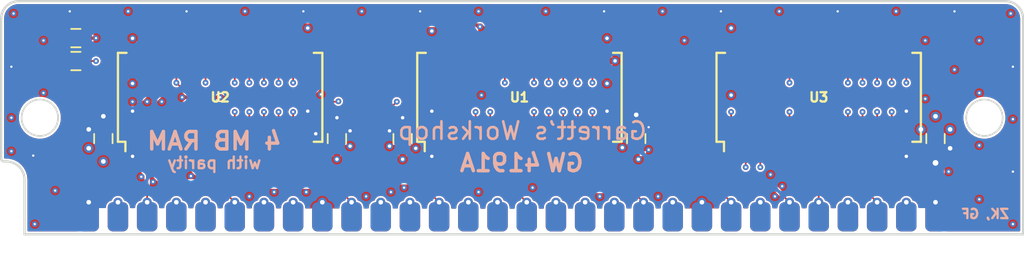
<source format=kicad_pcb>
(kicad_pcb (version 20211014) (generator pcbnew)
  (title_block (title "GW4191A") (date "2021-06-19") (rev "1.0-SOJ") (company "Garrett's Workshop"))
  (layers (0 "F.Cu" signal) (1 "In1.Cu" power) (2 "In2.Cu" signal) (31 "B.Cu" power) (34 "B.Paste" user) (35 "F.Paste" user) (36 "B.SilkS" user "B.Silkscreen") (37 "F.SilkS" user "F.Silkscreen") (38 "B.Mask" user) (39 "F.Mask" user) (44 "Edge.Cuts" user))
  (net 0 "")
  (net 1 "+5V")
  (net 2 "/D0")
  (net 3 "/D1")
  (net 4 "/~{WE}")
  (net 5 "/~{RAS}")
  (net 6 "/~{CAS}")
  (net 7 "/D2")
  (net 8 "/D3")
  (net 9 "GND")
  (net 10 "/D4")
  (net 11 "/D5")
  (net 12 "/D6")
  (net 13 "/A11")
  (net 14 "/D7")
  (net 15 "/QP")
  (net 16 "/~{CASP}")
  (net 17 "/DP")
  (net 18 "/1A0")
  (net 19 "/1A1")
  (net 20 "/1A2")
  (net 21 "/1A3")
  (net 22 "/1A4")
  (net 23 "/1A5")
  (net 24 "/1A6")
  (net 25 "/1A7")
  (net 26 "/1A8")
  (net 27 "/1A10")
  (net 28 "/1A9")
  (net 29 "/~{OE}")
  (net 30 "Net-(U3-Pad4)")
  (net 31 "Net-(U3-Pad23)")
  (footprint "stdpads:C_0805" (layer "F.Cu") (at 85.09 93.257 -90)
    (fp_text reference "C1")
    (fp_text value "2u2")
  )
  (footprint "stdpads:C_0805" (layer "F.Cu") (at 105.41 93.257 -90)
    (fp_text reference "C2")
    (fp_text value "2u2")
  )
  (footprint "stdpads:C_0805" (layer "F.Cu") (at 111.125 93.257 -90)
    (fp_text reference "C3")
    (fp_text value "2u2")
  )
  (footprint "stdpads:C_0805" (layer "F.Cu") (at 131.445 93.257 -90)
    (fp_text reference "C4")
    (fp_text value "2u2")
  )
  (footprint "stdpads:C_0805" (layer "F.Cu") (at 157.48 93.257 90)
    (fp_text reference "C5")
    (fp_text value "2u2")
  )
  (footprint "stdpads:SIMM-30_Edge" (layer "F.Cu") (at 120.65 99.822)
    (fp_text reference "J1")
    (fp_text value "DRAM-SIMM-30")
  )
  (footprint "stdpads:R_0805" (layer "F.Cu") (at 82.7 86.5 180)
    (fp_text reference "R1")
    (fp_text value "EDO")
  )
  (footprint "stdpads:R_0805" (layer "F.Cu") (at 82.7 84.5)
    (fp_text reference "R2")
    (fp_text value "FPM")
  )
  (footprint "stdpads:SOJ-24-26_300mil" (layer "F.Cu") (at 121.285 89.662 90)
    (fp_text reference "U1")
    (fp_text value "4C4M4")
  )
  (footprint "stdpads:SOJ-24-26_300mil" (layer "F.Cu") (at 95.25 89.662 90)
    (fp_text reference "U2")
    (fp_text value "4C4M4")
  )
  (footprint "stdpads:SOJ-20-26_300mil" (layer "F.Cu") (at 147.32 89.662 90)
    (fp_text reference "U3")
    (fp_text value "4C4M1")
  )
  (gr_circle (center 79.5655 91.44) (end 77.978 91.44) (layer "Edge.Cuts") (width 0.15) (fill none))
  (gr_circle (center 161.7345 91.44) (end 163.322 91.44) (layer "Edge.Cuts") (width 0.15) (fill none))
  (gr_arc (start 163.576 81.28) (mid 164.653631 81.726369) (end 165.1 82.804) (layer "Edge.Cuts") (width 0.2))
  (gr_arc (start 76.2 82.804) (mid 76.646369 81.726369) (end 77.724 81.28) (layer "Edge.Cuts") (width 0.2))
  (gr_arc (start 76.454 95.25) (mid 76.274395 95.175605) (end 76.2 94.996) (layer "Edge.Cuts") (width 0.2))
  (gr_line (start 76.6445 95.25) (end 76.454 95.25) (layer "Edge.Cuts") (width 0.2))
  (gr_line (start 78.232 101.6) (end 78.232 96.8375) (layer "Edge.Cuts") (width 0.2))
  (gr_line (start 76.2 94.996) (end 76.2 82.804) (layer "Edge.Cuts") (width 0.2))
  (gr_arc (start 76.6445 95.25) (mid 77.767032 95.714968) (end 78.232 96.8375) (layer "Edge.Cuts") (width 0.2))
  (gr_line (start 165.1 82.804) (end 165.1 101.6) (layer "Edge.Cuts") (width 0.2))
  (gr_line (start 165.1 101.6) (end 78.232 101.6) (layer "Edge.Cuts") (width 0.2))
  (gr_line (start 77.724 81.28) (end 163.576 81.28) (layer "Edge.Cuts") (width 0.2))
  (gr_text "GW" (at 125.222 95.377) (layer "B.SilkS") (effects (font (size 1.5 1.5) (thickness 0.3)) (justify mirror)))
  (gr_text "4 MB RAM" (at 94.742 93.472) (layer "B.SilkS") (effects (font (size 1.524 1.524) (thickness 0.3)) (justify mirror)))
  (gr_text "Garrett’s Workshop" (at 121.539 92.583) (layer "B.SilkS") (effects (font (size 1.524 1.524) (thickness 0.225)) (justify mirror)))
  (gr_text "with parity" (at 94.742 95.377) (layer "B.SilkS") (effects (font (size 1.016 1.016) (thickness 0.2032)) (justify mirror)))
  (gr_text "4191A" (at 119.634 95.377) (layer "B.SilkS") (effects (font (size 1.5 1.5) (thickness 0.3)) (justify mirror)))
  (gr_text "ZK, GF" (at 161.798 99.822) (layer "B.SilkS") (effects (font (size 0.8128 0.8128) (thickness 0.2032)) (justify mirror)))
  (segment (start 154.94 93.599) (end 154.94 92.837) (width 0.6) (layer "F.Cu") (net 1))
  (segment (start 113.665 92.456) (end 113.665 92.837) (width 0.6) (layer "F.Cu") (net 1))
  (segment (start 132.383 92.407) (end 132.5245 92.2655) (width 0.508) (layer "F.Cu") (net 1))
  (segment (start 85.09 92.407) (end 83.869 92.407) (width 0.762) (layer "F.Cu") (net 1))
  (segment (start 131.445 92.407) (end 131.445 91.186) (width 0.762) (layer "F.Cu") (net 1))
  (segment (start 157.48 98.806) (end 157.48 95.377) (width 1.27) (layer "F.Cu") (net 1))
  (segment (start 131.445 92.407) (end 132.383 92.407) (width 0.508) (layer "F.Cu") (net 1))
  (segment (start 128.905 92.456) (end 128.905 92.837) (width 0.6) (layer "F.Cu") (net 1))
  (segment (start 102.87 92.456) (end 102.87 92.837) (width 0.6) (layer "F.Cu") (net 1))
  (segment (start 111.125 92.407) (end 111.125 91.44) (width 0.6) (layer "F.Cu") (net 1))
  (segment (start 110.158 92.407) (end 109.982 92.583) (width 0.6) (layer "F.Cu") (net 1))
  (segment (start 128.954 92.407) (end 128.905 92.456) (width 0.6) (layer "F.Cu") (net 1))
  (segment (start 102.87 92.837) (end 102.87 90.8685) (width 0.6) (layer "F.Cu") (net 1))
  (segment (start 157.48 94.107) (end 158.75 94.107) (width 0.8) (layer "F.Cu") (net 1))
  (segment (start 154.94 92.837) (end 154.94 94.8055) (width 0.6) (layer "F.Cu") (net 1))
  (segment (start 155.7655 93.599) (end 154.94 93.599) (width 0.6) (layer "F.Cu") (net 1))
  (segment (start 102.87 92.837) (end 103.5685 92.837) (width 0.6) (layer "F.Cu") (net 1))
  (segment (start 83.869 92.407) (end 83.82 92.456) (width 0.762) (layer "F.Cu") (net 1))
  (segment (start 113.665 92.837) (end 113.665 90.8685) (width 0.6) (layer "F.Cu") (net 1))
  (segment (start 85.09 92.407) (end 87.581 92.407) (width 0.6) (layer "F.Cu") (net 1))
  (segment (start 157.48 94.107) (end 156.2735 94.107) (width 0.6) (layer "F.Cu") (net 1))
  (segment (start 102.919 92.407) (end 102.87 92.456) (width 0.6) (layer "F.Cu") (net 1))
  (segment (start 105.41 92.407) (end 105.41 91.44) (width 0.6) (layer "F.Cu") (net 1))
  (segment (start 111.125 92.407) (end 113.616 92.407) (width 0.6) (layer "F.Cu") (net 1))
  (segment (start 157.48 95.377) (end 157.48 94.107) (width 0.762) (layer "F.Cu") (net 1))
  (segment (start 87.63 92.837) (end 87.63 94.8055) (width 0.6) (layer "F.Cu") (net 1))
  (segment (start 106.377 92.407) (end 106.553 92.583) (width 0.6) (layer "F.Cu") (net 1))
  (segment (start 87.581 92.407) (end 87.63 92.456) (width 0.6) (layer "F.Cu") (net 1))
  (segment (start 87.63 92.456) (end 87.63 92.837) (width 0.6) (layer "F.Cu") (net 1))
  (segment (start 131.445 92.407) (end 128.954 92.407) (width 0.6) (layer "F.Cu") (net 1))
  (segment (start 113.665 92.837) (end 113.665 94.8055) (width 0.6) (layer "F.Cu") (net 1))
  (segment (start 128.905 92.837) (end 128.905 90.8685) (width 0.6) (layer "F.Cu") (net 1))
  (segment (start 105.41 92.407) (end 102.919 92.407) (width 0.6) (layer "F.Cu") (net 1))
  (segment (start 113.616 92.407) (end 113.665 92.456) (width 0.6) (layer "F.Cu") (net 1))
  (segment (start 154.94 92.837) (end 154.94 90.8685) (width 0.6) (layer "F.Cu") (net 1))
  (segment (start 156.2735 94.107) (end 155.7655 93.599) (width 0.6) (layer "F.Cu") (net 1))
  (segment (start 111.125 92.407) (end 110.158 92.407) (width 0.6) (layer "F.Cu") (net 1))
  (segment (start 87.63 92.837) (end 87.63 90.8685) (width 0.6) (layer "F.Cu") (net 1))
  (segment (start 85.09 92.407) (end 85.09 91.313) (width 0.762) (layer "F.Cu") (net 1))
  (segment (start 105.41 92.407) (end 106.377 92.407) (width 0.6) (layer "F.Cu") (net 1))
  (via (at 77.089 86.995) (size 0.508) (drill 0.2) (layers "F.Cu" "B.Cu") (net 1))
  (via (at 164.211 86.995) (size 0.508) (drill 0.2) (layers "F.Cu" "B.Cu") (net 1))
  (via (at 164.211 96.139) (size 0.508) (drill 0.2) (layers "F.Cu" "B.Cu") (net 1))
  (via (at 78.994 94.742) (size 0.508) (drill 0.2) (layers "F.Cu" "B.Cu") (net 1))
  (via (at 159.131 82.169) (size 0.508) (drill 0.2) (layers "F.Cu" "B.Cu") (net 1))
  (via (at 148.971 82.169) (size 0.508) (drill 0.2) (layers "F.Cu" "B.Cu") (net 1))
  (via (at 92.329 82.169) (size 0.508) (drill 0.2) (layers "F.Cu" "B.Cu") (net 1))
  (via (at 102.489 82.169) (size 0.508) (drill 0.2) (layers "F.Cu" "B.Cu") (net 1))
  (via (at 138.811 82.169) (size 0.508) (drill 0.2) (layers "F.Cu" "B.Cu") (net 1))
  (via (at 82.169 82.169) (size 0.508) (drill 0.2) (layers "F.Cu" "B.Cu") (net 1))
  (via (at 112.649 82.169) (size 0.508) (drill 0.2) (layers "F.Cu" "B.Cu") (net 1))
  (via (at 128.651 82.169) (size 0.508) (drill 0.2) (layers "F.Cu" "B.Cu") (net 1))
  (via (at 102.87 90.8685) (size 0.6) (drill 0.3) (layers "F.Cu" "B.Cu") (net 1))
  (via (at 154.94 90.8685) (size 0.6) (drill 0.3) (layers "F.Cu" "B.Cu") (net 1))
  (via (at 87.63 94.8055) (size 0.6) (drill 0.3) (layers "F.Cu" "B.Cu") (net 1))
  (via (at 85.09 91.313) (size 0.8) (drill 0.4) (layers "F.Cu" "B.Cu") (net 1))
  (via (at 105.41 91.44) (size 0.6) (drill 0.3) (layers "F.Cu" "B.Cu") (net 1))
  (via (at 113.665 94.8055) (size 0.6) (drill 0.3) (layers "F.Cu" "B.Cu") (net 1))
  (via (at 106.553 92.583) (size 0.6) (drill 0.3) (layers "F.Cu" "B.Cu") (net 1))
  (via (at 87.63 90.8685) (size 0.6) (drill 0.3) (layers "F.Cu" "B.Cu") (net 1))
  (via (at 111.125 91.44) (size 0.6) (drill 0.3) (layers "F.Cu" "B.Cu") (net 1))
  (via (at 83.82 92.456) (size 0.8) (drill 0.4) (layers "F.Cu" "B.Cu") (net 1))
  (via (at 158.75 94.107) (size 0.8) (drill 0.4) (layers "F.Cu" "B.Cu") (net 1))
  (via (at 113.665 90.8685) (size 0.6) (drill 0.3) (layers "F.Cu" "B.Cu") (net 1))
  (via (at 154.94 94.8055) (size 0.6) (drill 0.3) (layers "F.Cu" "B.Cu") (net 1))
  (via (at 132.5245 92.2655) (size 0.508) (drill 0.2) (layers "F.Cu" "B.Cu") (net 1))
  (via (at 128.905 90.8685) (size 0.6) (drill 0.3) (layers "F.Cu" "B.Cu") (net 1))
  (via (at 131.445 91.186) (size 0.8) (drill 0.4) (layers "F.Cu" "B.Cu") (net 1))
  (via (at 157.48 95.377) (size 1) (drill 0.5) (layers "F.Cu" "B.Cu") (net 1))
  (via (at 103.5685 92.837) (size 0.6) (drill 0.3) (layers "F.Cu" "B.Cu") (net 1))
  (via (at 109.982 92.583) (size 0.6) (drill 0.3) (layers "F.Cu" "B.Cu") (net 1))
  (segment (start 88.265 95.758) (end 88.265 89.916) (width 0.1524) (layer "F.Cu") (net 2))
  (segment (start 88.9 96.393) (end 88.265 95.758) (width 0.1524) (layer "F.Cu") (net 2))
  (segment (start 88.9 89.281) (end 88.9 85.962) (width 0.1524) (layer "F.Cu") (net 2))
  (segment (start 88.265 89.916) (end 88.9 89.281) (width 0.1524) (layer "F.Cu") (net 2))
  (segment (start 88.9 98.806) (end 88.9 96.393) (width 0.1524) (layer "F.Cu") (net 2))
  (segment (start 88.9 95.758) (end 88.9 94.112) (width 0.1524) (layer "F.Cu") (net 3))
  (segment (start 90.932 97.79) (end 88.9 95.758) (width 0.1524) (layer "F.Cu") (net 3))
  (segment (start 96.52 98.806) (end 95.504 97.79) (width 0.1524) (layer "F.Cu") (net 3))
  (segment (start 95.504 97.79) (end 90.932 97.79) (width 0.1524) (layer "F.Cu") (net 3))
  (segment (start 117.475 94.112) (end 117.475 90.932) (width 0.1524) (layer "F.Cu") (net 4))
  (segment (start 105.50525 90.043) (end 95.631 90.043) (width 0.1524) (layer "F.Cu") (net 4))
  (segment (start 94.996 90.17) (end 94.869 90.043) (width 0.1524) (layer "F.Cu") (net 4))
  (segment (start 92.329 90.043) (end 91.44 90.932) (width 0.1524) (layer "F.Cu") (net 4))
  (segment (start 91.44 90.932) (end 91.44 94.112) (width 0.1524) (layer "F.Cu") (net 4))
  (segment (start 95.504 90.17) (end 94.996 90.17) (width 0.1524) (layer "F.Cu") (net 4))
  (segment (start 94.869 90.043) (end 92.329 90.043) (width 0.1524) (layer "F.Cu") (net 4))
  (segment (start 95.631 90.043) (end 95.504 90.17) (width 0.1524) (layer "F.Cu") (net 4))
  (segment (start 140.97 93.362) (end 140.97 95.758) (width 0.1524) (layer "F.Cu") (net 4))
  (segment (start 105.537 90.01125) (end 105.50525 90.043) (width 0.1524) (layer "F.Cu") (net 4))
  (via (at 117.475 90.932) (size 0.508) (drill 0.2) (layers "F.Cu" "B.Cu") (net 4))
  (via (at 105.537 90.01125) (size 0.508) (drill 0.2) (layers "F.Cu" "B.Cu") (net 4))
  (via (at 140.97 95.758) (size 0.508) (drill 0.2) (layers "F.Cu" "B.Cu") (net 4))
  (segment (start 118.745 94.112) (end 118.745 90.932) (width 0.1524) (layer "F.Cu") (net 5))
  (segment (start 110.617 90.043) (end 108.331 92.329) (width 0.1524) (layer "F.Cu") (net 5))
  (segment (start 108.331 92.329) (end 108.331 94.107) (width 0.1524) (layer "F.Cu") (net 5))
  (segment (start 92.71 95.758) (end 92.71 93.362) (width 0.1524) (layer "F.Cu") (net 5))
  (segment (start 142.24 93.362) (end 142.24 95.758) (width 0.1524) (layer "F.Cu") (net 5))
  (segment (start 93.345 96.393) (end 92.71 95.758) (width 0.1524) (layer "F.Cu") (net 5))
  (segment (start 106.045 96.393) (end 93.345 96.393) (width 0.1524) (layer "F.Cu") (net 5))
  (segment (start 108.331 94.107) (end 106.045 96.393) (width 0.1524) (layer "F.Cu") (net 5))
  (via (at 118.745 90.932) (size 0.508) (drill 0.2) (layers "F.Cu" "B.Cu") (net 5))
  (via (at 142.24 95.758) (size 0.508) (drill 0.2) (layers "F.Cu" "B.Cu") (net 5))
  (via (at 110.617 90.043) (size 0.508) (drill 0.2) (layers "F.Cu" "B.Cu") (net 5))
  (segment (start 103.3145 89.281) (end 95.631 89.281) (width 0.1524) (layer "F.Cu") (net 6))
  (segment (start 117.475 83.82) (end 116.967 83.312) (width 0.1524) (layer "F.Cu") (net 6))
  (segment (start 94.996 89.154) (end 94.869 89.281) (width 0.1524) (layer "F.Cu") (net 6))
  (segment (start 109.2835 83.312) (end 103.3145 89.281) (width 0.1524) (layer "F.Cu") (net 6))
  (segment (start 117.475 85.212) (end 117.475 83.82) (width 0.1524) (layer "F.Cu") (net 6))
  (segment (start 95.504 89.154) (end 94.996 89.154) (width 0.1524) (layer "F.Cu") (net 6))
  (segment (start 92.329 89.281) (end 91.44 88.392) (width 0.1524) (layer "F.Cu") (net 6))
  (segment (start 94.869 89.281) (end 92.329 89.281) (width 0.1524) (layer "F.Cu") (net 6))
  (segment (start 84.45 86.5) (end 83.65 86.5) (width 0.1524) (layer "F.Cu") (net 6))
  (segment (start 91.44 88.392) (end 91.44 85.212) (width 0.1524) (layer "F.Cu") (net 6))
  (segment (start 95.631 89.281) (end 95.504 89.154) (width 0.1524) (layer "F.Cu") (net 6))
  (segment (start 116.967 83.312) (end 109.2835 83.312) (width 0.1524) (layer "F.Cu") (net 6))
  (via (at 84.45 86.5) (size 0.508) (drill 0.2) (layers "F.Cu" "B.Cu") (net 6))
  (via (at 91.44 88.392) (size 0.508) (drill 0.2) (layers "F.Cu" "B.Cu") (net 6))
  (segment (start 89.535 95.758) (end 91.186 97.409) (width 0.1524) (layer "F.Cu") (net 7))
  (segment (start 105.283 97.409) (end 106.68 98.806) (width 0.1524) (layer "F.Cu") (net 7))
  (segment (start 91.186 97.409) (end 105.283 97.409) (width 0.1524) (layer "F.Cu") (net 7))
  (segment (start 90.17 85.212) (end 90.17 89.281) (width 0.1524) (layer "F.Cu") (net 7))
  (segment (start 89.535 89.916) (end 89.535 95.758) (width 0.1524) (layer "F.Cu") (net 7))
  (segment (start 90.17 89.281) (end 89.535 89.916) (width 0.1524) (layer "F.Cu") (net 7))
  (segment (start 91.44 97.028) (end 112.522 97.028) (width 0.1524) (layer "F.Cu") (net 8))
  (segment (start 90.17 94.112) (end 90.17 95.758) (width 0.1524) (layer "F.Cu") (net 8))
  (segment (start 112.522 97.028) (end 114.3 98.806) (width 0.1524) (layer "F.Cu") (net 8))
  (segment (start 90.17 95.758) (end 91.44 97.028) (width 0.1524) (layer "F.Cu") (net 8))
  (segment (start 83.65 84.5) (end 84.45 84.5) (width 0.1524) (layer "F.Cu") (net 9))
  (segment (start 139.7 86.487) (end 139.192 86.487) (width 0.6) (layer "F.Cu") (net 9))
  (segment (start 131.445 94.107) (end 131.445 94.869) (width 0.6) (layer "F.Cu") (net 9))
  (segment (start 128.905 86.487) (end 128.905 88.4555) (width 0.6) (layer "F.Cu") (net 9))
  (segment (start 111.125 94.107) (end 110.1725 94.107) (width 0.6) (layer "F.Cu") (net 9))
  (segment (start 102.87 86.487) (end 102.87 83.6295) (width 0.6) (layer "F.Cu") (net 9))
  (segment (start 128.905 86.487) (end 128.905 84.5185) (width 0.6) (layer "F.Cu") (net 9))
  (segment (start 87.63 86.487) (end 87.63 88.4555) (width 0.6) (layer "F.Cu") (net 9))
  (segment (start 131.445 94.107) (end 130.302 94.107) (width 0.6) (layer "F.Cu") (net 9))
  (segment (start 110.1725 94.107) (end 109.982 93.9165) (width 0.6) (layer "F.Cu") (net 9))
  (segment (start 157.48 92.407) (end 157.48 91.313) (width 0.8) (layer "F.Cu") (net 9))
  (segment (start 158.701 92.407) (end 158.75 92.456) (width 0.8) (layer "F.Cu") (net 9))
  (segment (start 102.87 86.487) (end 102.87 88.2015) (width 0.6) (layer "F.Cu") (net 9))
  (segment (start 139.7 86.487) (end 139.7 89.4715) (width 0.6) (layer "F.Cu") (net 9))
  (segment (start 85.09 94.107) (end 85.09 95.25) (width 0.762) (layer "F.Cu") (net 9))
  (segment (start 131.445 94.107) (end 132.3975 94.107) (width 0.508) (layer "F.Cu") (net 9))
  (segment (start 106.3625 94.107) (end 106.553 93.9165) (width 0.6) (layer "F.Cu") (net 9))
  (segment (start 113.665 86.487) (end 113.665 88.2015) (width 0.6) (layer "F.Cu") (net 9))
  (segment (start 132.3975 94.107) (end 132.5245 94.234) (width 0.508) (layer "F.Cu") (net 9))
  (segment (start 130.302 94.107) (end 130.2385 94.0435) (width 0.6) (layer "F.Cu") (net 9))
  (segment (start 113.665 86.487) (end 113.665 83.8835) (width 0.6) (layer "F.Cu") (net 9))
  (segment (start 85.09 94.107) (end 83.82 94.107) (width 0.762) (layer "F.Cu") (net 9))
  (segment (start 105.41 94.107) (end 106.3625 94.107) (width 0.6) (layer "F.Cu") (net 9))
  (segment (start 111.125 94.107) (end 111.125 95.0595) (width 0.6) (layer "F.Cu") (net 9))
  (segment (start 128.905 86.487) (end 129.6035 86.487) (width 0.6) (layer "F.Cu") (net 9))
  (segment (start 157.48 92.407) (end 156.259 92.407) (width 0.8) (layer "F.Cu") (net 9))
  (segment (start 111.125 94.107) (end 112.268 94.107) (width 0.6) (layer "F.Cu") (net 9))
  (segment (start 157.48 92.407) (end 158.701 92.407) (width 0.8) (layer "F.Cu") (net 9))
  (segment (start 156.259 92.407) (end 156.21 92.456) (width 0.8) (layer "F.Cu") (net 9))
  (segment (start 131.445 94.869) (end 131.6355 95.0595) (width 0.6) (layer "F.Cu") (net 9))
  (segment (start 139.7 86.487) (end 139.7 83.6295) (width 0.6) (layer "F.Cu") (net 9))
  (segment (start 113.665 86.487) (end 113.157 86.487) (width 0.6) (layer "F.Cu") (net 9))
  (segment (start 105.41 94.107) (end 105.41 95.0595) (width 0.6) (layer "F.Cu") (net 9))
  (segment (start 87.63 86.487) (end 87.63 84.5185) (width 0.6) (layer "F.Cu") (net 9))
  (via (at 95.25 89.662) (size 0.508) (drill 0.2) (layers "F.Cu" "B.Cu") (net 9))
  (via (at 92.71 96.52) (size 0.508) (drill 0.2) (layers "F.Cu" "B.Cu") (net 9))
  (via (at 111.252 97.536) (size 0.508) (drill 0.2) (layers "F.Cu" "B.Cu") (net 9))
  (via (at 117.729 97.917) (size 0.508) (drill 0.2) (layers "F.Cu" "B.Cu") (net 9))
  (via (at 89.408 97.028) (size 0.508) (drill 0.2) (layers "F.Cu" "B.Cu") (net 9))
  (via (at 88.392 96.5835) (size 0.508) (drill 0.2) (layers "F.Cu" "B.Cu") (net 9))
  (via (at 144.145 97.409) (size 0.508) (drill 0.2) (layers "F.Cu" "B.Cu") (net 9))
  (via (at 143.129 96.393) (size 0.508) (drill 0.2) (layers "F.Cu" "B.Cu") (net 9))
  (via (at 88.9 90.043) (size 0.508) (drill 0.2) (layers "F.Cu" "B.Cu") (net 9))
  (via (at 87.63 90.043) (size 0.508) (drill 0.2) (layers "F.Cu" "B.Cu") (net 9))
  (via (at 90.17 90.043) (size 0.508) (drill 0.2) (layers "F.Cu" "B.Cu") (net 9))
  (via (at 91.948 89.662) (size 0.508) (drill 0.2) (layers "F.Cu" "B.Cu") (net 9))
  (via (at 117.983 89.4715) (size 0.508) (drill 0.2) (layers "F.Cu" "B.Cu") (net 9))
  (via (at 122.428 97.536) (size 0.508) (drill 0.2) (layers "F.Cu" "B.Cu") (net 9))
  (via (at 164.0205 82.3595) (size 0.508) (drill 0.2) (layers "F.Cu" "B.Cu") (net 9))
  (via (at 164.211 100.711) (size 0.508) (drill 0.2) (layers "F.Cu" "B.Cu") (net 9))
  (via (at 79.121 100.711) (size 0.508) (drill 0.2) (layers "F.Cu" "B.Cu") (net 9))
  (via (at 77.089 91.44) (size 0.508) (drill 0.2) (layers "F.Cu" "B.Cu") (net 9))
  (via (at 79.883 84.709) (size 0.508) (drill 0.2) (layers "F.Cu" "B.Cu") (net 9))
  (via (at 161.29 84.709) (size 0.508) (drill 0.2) (layers "F.Cu" "B.Cu") (net 9))
  (via (at 161.29 89.281) (size 0.508) (drill 0.2) (layers "F.Cu" "B.Cu") (net 9))
  (via (at 161.29 93.853) (size 0.508) (drill 0.2) (layers "F.Cu" "B.Cu") (net 9))
  (via (at 161.29 98.552) (size 0.508) (drill 0.2) (layers "F.Cu" "B.Cu") (net 9))
  (via (at 80.899 97.79) (size 0.508) (drill 0.2) (layers "F.Cu" "B.Cu") (net 9))
  (via (at 79.883 89.281) (size 0.508) (drill 0.2) (layers "F.Cu" "B.Cu") (net 9))
  (via (at 133.35 98.298) (size 0.508) (drill 0.2) (layers "F.Cu" "B.Cu") (net 9))
  (via (at 110.109 97.917) (size 0.508) (drill 0.2) (layers "F.Cu" "B.Cu") (net 9))
  (via (at 102.743 97.917) (size 0.508) (drill 0.2) (layers "F.Cu" "B.Cu") (net 9))
  (via (at 99.949 97.917) (size 0.508) (drill 0.2) (layers "F.Cu" "B.Cu") (net 9))
  (via (at 97.79 98.298) (size 0.508) (drill 0.2) (layers "F.Cu" "B.Cu") (net 9))
  (via (at 158.623 96.139) (size 0.508) (drill 0.2) (layers "F.Cu" "B.Cu") (net 9))
  (via (at 104.013 89.408) (size 0.508) (drill 0.2) (layers "F.Cu" "B.Cu") (net 9))
  (via (at 164.211 91.567) (size 0.508) (drill 0.2) (layers "F.Cu" "B.Cu") (net 9))
  (via (at 156.591 89.789) (size 0.508) (drill 0.2) (layers "F.Cu" "B.Cu") (net 9))
  (via (at 159.131 87.249) (size 0.508) (drill 0.2) (layers "F.Cu" "B.Cu") (net 9))
  (via (at 156.591 84.709) (size 0.508) (drill 0.2) (layers "F.Cu" "B.Cu") (net 9))
  (via (at 77.2795 82.3595) (size 0.508) (drill 0.2) (layers "F.Cu" "B.Cu") (net 9))
  (via (at 154.051 82.169) (size 0.508) (drill 0.2) (layers "F.Cu" "B.Cu") (net 9))
  (via (at 87.249 82.169) (size 0.508) (drill 0.2) (layers "F.Cu" "B.Cu") (net 9))
  (via (at 97.409 82.169) (size 0.508) (drill 0.2) (layers "F.Cu" "B.Cu") (net 9))
  (via (at 143.891 82.169) (size 0.508) (drill 0.2) (layers "F.Cu" "B.Cu") (net 9))
  (via (at 117.856 83.5025) (size 0.508) (drill 0.2) (layers "F.Cu" "B.Cu") (net 9))
  (via (at 107.569 82.169) (size 0.508) (drill 0.2) (layers "F.Cu" "B.Cu") (net 9))
  (via (at 117.729 82.169) (size 0.508) (drill 0.2) (layers "F.Cu" "B.Cu") (net 9))
  (via (at 123.571 82.169) (size 0.508) (drill 0.2) (layers "F.Cu" "B.Cu") (net 9))
  (via (at 133.731 82.169) (size 0.508) (drill 0.2) (layers "F.Cu" "B.Cu") (net 9))
  (via (at 128.27 98.298) (size 0.508) (drill 0.2) (layers "F.Cu" "B.Cu") (net 9))
  (via (at 107.95 98.298) (size 0.508) (drill 0.2) (layers "F.Cu" "B.Cu") (net 9))
  (via (at 143.51 98.298) (size 0.508) (drill 0.2) (layers "F.Cu" "B.Cu") (net 9))
  (via (at 135.636 84.709) (size 0.508) (drill 0.2) (layers "F.Cu" "B.Cu") (net 9))
  (via (at 77.089 94.361) (size 0.508) (drill 0.2) (layers "F.Cu" "B.Cu") (net 9))
  (via (at 132.5245 94.234) (size 0.508) (drill 0.2) (layers "F.Cu" "B.Cu") (net 9))
  (via (at 113.665 83.8835) (size 0.6) (drill 0.3) (layers "F.Cu" "B.Cu") (net 9))
  (via (at 128.905 88.4555) (size 0.6) (drill 0.3) (layers "F.Cu" "B.Cu") (net 9))
  (via (at 139.7 83.6295) (size 0.6) (drill 0.3) (layers "F.Cu" "B.Cu") (net 9))
  (via (at 139.7 89.4715) (size 0.6) (drill 0.3) (layers "F.Cu" "B.Cu") (net 9))
  (via (at 158.75 92.456) (size 0.8) (drill 0.4) (layers "F.Cu" "B.Cu") (net 9))
  (via (at 157.48 91.313) (size 0.8) (drill 0.4) (layers "F.Cu" "B.Cu") (net 9))
  (via (at 87.63 84.5185) (size 0.6) (drill 0.3) (layers "F.Cu" "B.Cu") (net 9))
  (via (at 111.125 95.0595) (size 0.6) (drill 0.3) (layers "F.Cu" "B.Cu") (net 9))
  (via (at 109.982 93.9165) (size 0.6) (drill 0.3) (layers "F.Cu" "B.Cu") (net 9))
  (via (at 105.41 95.0595) (size 0.6) (drill 0.3) (layers "F.Cu" "B.Cu") (net 9))
  (via (at 112.268 94.107) (size 0.6) (drill 0.3) (layers "F.Cu" "B.Cu") (net 9))
  (via (at 130.2385 94.0435) (size 0.6) (drill 0.3) (layers "F.Cu" "B.Cu") (net 9))
  (via (at 131.6355 95.0595) (size 0.6) (drill 0.3) (layers "F.Cu" "B.Cu") (net 9))
  (via (at 102.87 83.6295) (size 0.6) (drill 0.3) (layers "F.Cu" "B.Cu") (net 9))
  (via (at 83.82 94.107) (size 0.8) (drill 0.4) (layers "F.Cu" "B.Cu") (net 9))
  (via (at 87.63 88.4555) (size 0.6) (drill 0.3) (layers "F.Cu" "B.Cu") (net 9))
  (via (at 128.905 84.5185) (size 0.6) (drill 0.3) (layers "F.Cu" "B.Cu") (net 9))
  (via (at 85.09 95.25) (size 0.8) (drill 0.4) (layers "F.Cu" "B.Cu") (net 9))
  (via (at 106.553 93.9165) (size 0.6) (drill 0.3) (layers "F.Cu" "B.Cu") (net 9))
  (via (at 84.45 84.5) (size 0.508) (drill 0.2) (layers "F.Cu" "B.Cu") (net 9))
  (via (at 129.6035 86.487) (size 0.6) (drill 0.3) (layers "F.Cu" "B.Cu") (net 9))
  (via (at 156.21 92.456) (size 0.8) (drill 0.4) (layers "F.Cu" "B.Cu") (net 9))
  (segment (start 114.3 95.758) (end 115.697 97.155) (width 0.1524) (layer "F.Cu") (net 10))
  (segment (start 120.269 97.155) (end 121.92 98.806) (width 0.1524) (layer "F.Cu") (net 10))
  (segment (start 115.697 97.155) (end 120.269 97.155) (width 0.1524) (layer "F.Cu") (net 10))
  (segment (start 114.935 85.962) (end 114.935 89.027) (width 0.1524) (layer "F.Cu") (net 10))
  (segment (start 114.935 89.027) (end 114.3 89.662) (width 0.1524) (layer "F.Cu") (net 10))
  (segment (start 114.3 95.758) (end 114.3 89.662) (width 0.1524) (layer "F.Cu") (net 10))
  (segment (start 114.935 93.362) (end 114.935 95.758) (width 0.1524) (layer "F.Cu") (net 11))
  (segment (start 114.935 95.758) (end 115.951 96.774) (width 0.1524) (layer "F.Cu") (net 11))
  (segment (start 124.206 97.79) (end 131.064 97.79) (width 0.1524) (layer "F.Cu") (net 11))
  (segment (start 115.951 96.774) (end 123.19 96.774) (width 0.1524) (layer "F.Cu") (net 11))
  (segment (start 131.064 97.79) (end 132.08 98.806) (width 0.1524) (layer "F.Cu") (net 11))
  (segment (start 123.19 96.774) (end 124.206 97.79) (width 0.1524) (layer "F.Cu") (net 11))
  (segment (start 124.333 97.409) (end 138.303 97.409) (width 0.1524) (layer "F.Cu") (net 12))
  (segment (start 116.205 89.027) (end 115.57 89.662) (width 0.1524) (layer "F.Cu") (net 12))
  (segment (start 115.57 89.662) (end 115.57 95.758) (width 0.1524) (layer "F.Cu") (net 12))
  (segment (start 115.57 95.758) (end 116.205 96.393) (width 0.1524) (layer "F.Cu") (net 12))
  (segment (start 116.205 96.393) (end 123.317 96.393) (width 0.1524) (layer "F.Cu") (net 12))
  (segment (start 138.303 97.409) (end 139.7 98.806) (width 0.1524) (layer "F.Cu") (net 12))
  (segment (start 116.205 85.212) (end 116.205 89.027) (width 0.1524) (layer "F.Cu") (net 12))
  (segment (start 123.317 96.393) (end 124.333 97.409) (width 0.1524) (layer "F.Cu") (net 12))
  (segment (start 124.46 97.028) (end 143.002 97.028) (width 0.1524) (layer "F.Cu") (net 14))
  (segment (start 116.205 95.758) (end 116.459 96.012) (width 0.1524) (layer "F.Cu") (net 14))
  (segment (start 123.444 96.012) (end 124.46 97.028) (width 0.1524) (layer "F.Cu") (net 14))
  (segment (start 116.205 93.362) (end 116.205 95.758) (width 0.1524) (layer "F.Cu") (net 14))
  (segment (start 116.459 96.012) (end 123.444 96.012) (width 0.1524) (layer "F.Cu") (net 14))
  (segment (start 143.002 97.028) (end 144.78 98.806) (width 0.1524) (layer "F.Cu") (net 14))
  (segment (start 145.288 90.043) (end 147.32 92.075) (width 0.1524) (layer "F.Cu") (net 15))
  (segment (start 140.97 88.138) (end 142.875 90.043) (width 0.1524) (layer "F.Cu") (net 15))
  (segment (start 147.32 92.075) (end 147.32 98.806) (width 0.1524) (layer "F.Cu") (net 15))
  (segment (start 142.875 90.043) (end 145.288 90.043) (width 0.1524) (layer "F.Cu") (net 15))
  (segment (start 140.97 85.962) (end 140.97 88.138) (width 0.1524) (layer "F.Cu") (net 15))
  (segment (start 149.86 97.155) (end 150.749 97.155) (width 0.1524) (layer "F.Cu") (net 16))
  (segment (start 143.383 89.281) (end 145.669 89.281) (width 0.1524) (layer "F.Cu") (net 16))
  (segment (start 145.669 89.281) (end 148.082 91.694) (width 0.1524) (layer "F.Cu") (net 16))
  (segment (start 148.082 91.694) (end 148.082 95.377) (width 0.1524) (layer "F.Cu") (net 16))
  (segment (start 142.24 88.138) (end 143.383 89.281) (width 0.1524) (layer "F.Cu") (net 16))
  (segment (start 142.24 85.962) (end 142.24 88.138) (width 0.1524) (layer "F.Cu") (net 16))
  (segment (start 150.749 97.155) (end 152.4 98.806) (width 0.1524) (layer "F.Cu") (net 16))
  (segment (start 148.082 95.377) (end 149.86 97.155) (width 0.1524) (layer "F.Cu") (net 16))
  (segment (start 139.7 93.362) (end 139.7 90.932) (width 0.1524) (layer "F.Cu") (net 17))
  (via (at 139.7 90.932) (size 0.508) (drill 0.2) (layers "F.Cu" "B.Cu") (net 17))
  (segment (start 123.825 93.362) (end 123.825 90.932) (width 0.1524) (layer "F.Cu") (net 18))
  (segment (start 100.33 94.112) (end 100.33 90.932) (width 0.1524) (layer "F.Cu") (net 18))
  (segment (start 149.86 93.362) (end 149.86 90.932) (width 0.1524) (layer "F.Cu") (net 18))
  (via (at 123.825 90.932) (size 0.508) (drill 0.2) (layers "F.Cu" "B.Cu") (net 18))
  (via (at 149.86 90.932) (size 0.508) (drill 0.2) (layers "F.Cu" "B.Cu") (net 18))
  (via (at 100.33 90.932) (size 0.508) (drill 0.2) (layers "F.Cu" "B.Cu") (net 18))
  (segment (start 125.095 94.112) (end 125.095 90.932) (width 0.1524) (layer "F.Cu") (net 19))
  (segment (start 99.06 90.932) (end 99.06 93.362) (width 0.1524) (layer "F.Cu") (net 19))
  (segment (start 151.13 93.362) (end 151.13 90.932) (width 0.1524) (layer "F.Cu") (net 19))
  (via (at 99.06 90.932) (size 0.508) (drill 0.2) (layers "F.Cu" "B.Cu") (net 19))
  (via (at 125.095 90.932) (size 0.508) (drill 0.2) (layers "F.Cu" "B.Cu") (net 19))
  (via (at 151.13 90.932) (size 0.508) (drill 0.2) (layers "F.Cu" "B.Cu") (net 19))
  (segment (start 97.79 90.932) (end 97.79 93.362) (width 0.1524) (layer "F.Cu") (net 20))
  (segment (start 152.4 93.362) (end 152.4 90.932) (width 0.1524) (layer "F.Cu") (net 20))
  (segment (start 126.365 94.112) (end 126.365 90.932) (width 0.1524) (layer "F.Cu") (net 20))
  (via (at 152.4 90.932) (size 0.508) (drill 0.2) (layers "F.Cu" "B.Cu") (net 20))
  (via (at 126.365 90.932) (size 0.508) (drill 0.2) (layers "F.Cu" "B.Cu") (net 20))
  (via (at 97.79 90.932) (size 0.508) (drill 0.2) (layers "F.Cu" "B.Cu") (net 20))
  (segment (start 127.635 94.112) (end 127.635 90.932) (width 0.1524) (layer "F.Cu") (net 21))
  (segment (start 96.52 90.932) (end 96.52 93.362) (width 0.1524) (layer "F.Cu") (net 21))
  (segment (start 153.67 93.362) (end 153.67 90.932) (width 0.1524) (layer "F.Cu") (net 21))
  (via (at 96.52 90.932) (size 0.508) (drill 0.2) (layers "F.Cu" "B.Cu") (net 21))
  (via (at 127.635 90.932) (size 0.508) (drill 0.2) (layers "F.Cu" "B.Cu") (net 21))
  (via (at 153.67 90.932) (size 0.508) (drill 0.2) (layers "F.Cu" "B.Cu") (net 21))
  (segment (start 154.94 85.962) (end 154.94 88.392) (width 0.1524) (layer "F.Cu") (net 22))
  (segment (start 93.98 85.212) (end 93.98 88.392) (width 0.1524) (layer "F.Cu") (net 22))
  (segment (start 127.635 85.212) (end 127.635 88.392) (width 0.1524) (layer "F.Cu") (net 22))
  (via (at 154.94 88.392) (size 0.508) (drill 0.2) (layers "F.Cu" "B.Cu") (net 22))
  (via (at 93.98 88.392) (size 0.508) (drill 0.2) (layers "F.Cu" "B.Cu") (net 22))
  (via (at 127.635 88.392) (size 0.508) (drill 0.2) (layers "F.Cu" "B.Cu") (net 22))
  (segment (start 153.67 85.962) (end 153.67 88.392) (width 0.1524) (layer "F.Cu") (net 23))
  (segment (start 126.365 85.962) (end 126.365 88.392) (width 0.1524) (layer "F.Cu") (net 23))
  (segment (start 96.52 88.392) (end 96.52 85.962) (width 0.1524) (layer "F.Cu") (net 23))
  (via (at 153.67 88.392) (size 0.508) (drill 0.2) (layers "F.Cu" "B.Cu") (net 23))
  (via (at 96.52 88.392) (size 0.508) (drill 0.2) (layers "F.Cu" "B.Cu") (net 23))
  (via (at 126.365 88.392) (size 0.508) (drill 0.2) (layers "F.Cu" "B.Cu") (net 23))
  (segment (start 152.4 85.962) (end 152.4 88.392) (width 0.1524) (layer "F.Cu") (net 24))
  (segment (start 125.095 85.212) (end 125.095 88.392) (width 0.1524) (layer "F.Cu") (net 24))
  (segment (start 97.79 88.392) (end 97.79 85.962) (width 0.1524) (layer "F.Cu") (net 24))
  (via (at 97.79 88.392) (size 0.508) (drill 0.2) (layers "F.Cu" "B.Cu") (net 24))
  (via (at 125.095 88.392) (size 0.508) (drill 0.2) (layers "F.Cu" "B.Cu") (net 24))
  (via (at 152.4 88.392) (size 0.508) (drill 0.2) (layers "F.Cu" "B.Cu") (net 24))
  (segment (start 123.825 85.212) (end 123.825 88.392) (width 0.1524) (layer "F.Cu") (net 25))
  (segment (start 99.06 88.392) (end 99.06 85.962) (width 0.1524) (layer "F.Cu") (net 25))
  (segment (start 151.13 85.962) (end 151.13 88.392) (width 0.1524) (layer "F.Cu") (net 25))
  (via (at 123.825 88.392) (size 0.508) (drill 0.2) (layers "F.Cu" "B.Cu") (net 25))
  (via (at 151.13 88.392) (size 0.508) (drill 0.2) (layers "F.Cu" "B.Cu") (net 25))
  (via (at 99.06 88.392) (size 0.508) (drill 0.2) (layers "F.Cu" "B.Cu") (net 25))
  (segment (start 100.33 85.212) (end 100.33 88.392) (width 0.1524) (layer "F.Cu") (net 26))
  (segment (start 149.86 85.962) (end 149.86 88.392) (width 0.1524) (layer "F.Cu") (net 26))
  (segment (start 122.555 85.212) (end 122.555 88.392) (width 0.1524) (layer "F.Cu") (net 26))
  (via (at 122.555 88.392) (size 0.508) (drill 0.2) (layers "F.Cu" "B.Cu") (net 26))
  (via (at 100.33 88.392) (size 0.508) (drill 0.2) (layers "F.Cu" "B.Cu") (net 26))
  (via (at 149.86 88.392) (size 0.508) (drill 0.2) (layers "F.Cu" "B.Cu") (net 26))
  (segment (start 122.555 94.112) (end 122.555 90.932) (width 0.1524) (layer "F.Cu") (net 27))
  (segment (start 101.6 94.112) (end 101.6 90.932) (width 0.1524) (layer "F.Cu") (net 27))
  (segment (start 144.78 85.962) (end 144.78 88.392) (width 0.1524) (layer "F.Cu") (net 27))
  (via (at 144.78 88.392) (size 0.508) (drill 0.2) (layers "F.Cu" "B.Cu") (net 27))
  (via (at 101.6 90.932) (size 0.508) (drill 0.2) (layers "F.Cu" "B.Cu") (net 27))
  (via (at 122.555 90.932) (size 0.508) (drill 0.2) (layers "F.Cu" "B.Cu") (net 27))
  (segment (start 101.6 85.212) (end 101.6 88.392) (width 0.1524) (layer "F.Cu") (net 28))
  (segment (start 120.015 85.212) (end 120.015 88.392) (width 0.1524) (layer "F.Cu") (net 28))
  (segment (start 144.78 93.362) (end 144.78 90.932) (width 0.1524) (layer "F.Cu") (net 28))
  (via (at 120.015 88.392) (size 0.508) (drill 0.2) (layers "F.Cu" "B.Cu") (net 28))
  (via (at 144.78 90.932) (size 0.508) (drill 0.2) (layers "F.Cu" "B.Cu") (net 28))
  (via (at 101.6 88.392) (size 0.508) (drill 0.2) (layers "F.Cu" "B.Cu") (net 28))
  (segment (start 81.75 83.4) (end 82.1555 82.9945) (width 0.1524) (layer "F.Cu") (net 29))
  (segment (start 92.71 83.82) (end 92.71 85.212) (width 0.1524) (layer "F.Cu") (net 29))
  (segment (start 81.75 84.5) (end 81.75 86.5) (width 0.1524) (layer "F.Cu") (net 29))
  (segment (start 118.745 83.66125) (end 118.745 85.212) (width 0.1524) (layer "F.Cu") (net 29))
  (segment (start 118.07825 82.9945) (end 93.5355 82.9945) (width 0.1524) (layer "F.Cu") (net 29))
  (segment (start 92.71 83.82) (end 93.5355 82.9945) (width 0.1524) (layer "F.Cu") (net 29))
  (segment (start 118.07825 82.9945) (end 118.745 83.66125) (width 0.1524) (layer "F.Cu") (net 29))
  (segment (start 81.75 84.5) (end 81.75 83.4) (width 0.1524) (layer "F.Cu") (net 29))
  (segment (start 82.1555 82.9945) (end 91.8845 82.9945) (width 0.1524) (layer "F.Cu") (net 29))
  (segment (start 91.8845 82.9945) (end 92.71 83.82) (width 0.1524) (layer "F.Cu") (net 29))
  (zone (net 9) (net_name "GND") (layer "F.Cu") (connect_pads (clearance 0.1524)) (min_thickness 0.1524) (fill yes (thermal_gap 0.1524) (thermal_bridge_width 0.3))
    (polygon (pts (xy 76.2 81.28) (xy 165.1 81.28) (xy 165.1 101.6) (xy 76.2 101.6)))
  )
  (zone (net 0) (net_name "") (layers F&B.Cu) (connect_pads (clearance 0)) (min_thickness 0.254)
    (keepout (tracks allowed) (vias allowed) (pads allowed) (copperpour not_allowed) (footprints allowed))
    (fill (thermal_gap 0.508) (thermal_bridge_width 0.508))
    (polygon (pts (xy 157.48 101.6) (xy 83.82 101.6) (xy 82.931 99.314) (xy 119.761 99.3775) (xy 158.369 99.314)))
  )
  (zone (net 1) (net_name "+5V") (layer "B.Cu") (connect_pads (clearance 0.1524)) (min_thickness 0.1524) (fill yes (thermal_gap 0.1524) (thermal_bridge_width 0.3))
    (polygon (pts (xy 76.2 81.28) (xy 165.1 81.28) (xy 165.1 101.6) (xy 76.2 101.6)))
  )
)
</source>
